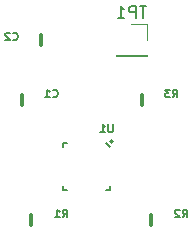
<source format=gbr>
%TF.GenerationSoftware,KiCad,Pcbnew,7.0.10*%
%TF.CreationDate,2024-01-29T17:08:50-08:00*%
%TF.ProjectId,FINAL_V1,46494e41-4c5f-4563-912e-6b696361645f,rev?*%
%TF.SameCoordinates,Original*%
%TF.FileFunction,Legend,Bot*%
%TF.FilePolarity,Positive*%
%FSLAX46Y46*%
G04 Gerber Fmt 4.6, Leading zero omitted, Abs format (unit mm)*
G04 Created by KiCad (PCBNEW 7.0.10) date 2024-01-29 17:08:50*
%MOMM*%
%LPD*%
G01*
G04 APERTURE LIST*
%ADD10C,0.146304*%
%ADD11C,0.150000*%
%ADD12C,0.304800*%
%ADD13C,0.203200*%
%ADD14C,0.120000*%
G04 APERTURE END LIST*
D10*
X93225961Y-91223825D02*
X93448126Y-90906446D01*
X93606816Y-91223825D02*
X93606816Y-90557329D01*
X93606816Y-90557329D02*
X93352913Y-90557329D01*
X93352913Y-90557329D02*
X93289437Y-90589067D01*
X93289437Y-90589067D02*
X93257699Y-90620805D01*
X93257699Y-90620805D02*
X93225961Y-90684281D01*
X93225961Y-90684281D02*
X93225961Y-90779495D01*
X93225961Y-90779495D02*
X93257699Y-90842971D01*
X93257699Y-90842971D02*
X93289437Y-90874708D01*
X93289437Y-90874708D02*
X93352913Y-90906446D01*
X93352913Y-90906446D02*
X93606816Y-90906446D01*
X92591203Y-91223825D02*
X92972058Y-91223825D01*
X92781630Y-91223825D02*
X92781630Y-90557329D01*
X92781630Y-90557329D02*
X92845106Y-90652543D01*
X92845106Y-90652543D02*
X92908582Y-90716019D01*
X92908582Y-90716019D02*
X92972058Y-90747757D01*
X89026203Y-76174350D02*
X89057941Y-76206088D01*
X89057941Y-76206088D02*
X89153155Y-76237825D01*
X89153155Y-76237825D02*
X89216631Y-76237825D01*
X89216631Y-76237825D02*
X89311844Y-76206088D01*
X89311844Y-76206088D02*
X89375320Y-76142612D01*
X89375320Y-76142612D02*
X89407058Y-76079136D01*
X89407058Y-76079136D02*
X89438796Y-75952184D01*
X89438796Y-75952184D02*
X89438796Y-75856971D01*
X89438796Y-75856971D02*
X89407058Y-75730019D01*
X89407058Y-75730019D02*
X89375320Y-75666543D01*
X89375320Y-75666543D02*
X89311844Y-75603067D01*
X89311844Y-75603067D02*
X89216631Y-75571329D01*
X89216631Y-75571329D02*
X89153155Y-75571329D01*
X89153155Y-75571329D02*
X89057941Y-75603067D01*
X89057941Y-75603067D02*
X89026203Y-75634805D01*
X88772300Y-75634805D02*
X88740562Y-75603067D01*
X88740562Y-75603067D02*
X88677086Y-75571329D01*
X88677086Y-75571329D02*
X88518397Y-75571329D01*
X88518397Y-75571329D02*
X88454921Y-75603067D01*
X88454921Y-75603067D02*
X88423183Y-75634805D01*
X88423183Y-75634805D02*
X88391445Y-75698281D01*
X88391445Y-75698281D02*
X88391445Y-75761757D01*
X88391445Y-75761757D02*
X88423183Y-75856971D01*
X88423183Y-75856971D02*
X88804038Y-76237825D01*
X88804038Y-76237825D02*
X88391445Y-76237825D01*
X97465058Y-83344329D02*
X97465058Y-83883874D01*
X97465058Y-83883874D02*
X97433320Y-83947350D01*
X97433320Y-83947350D02*
X97401582Y-83979088D01*
X97401582Y-83979088D02*
X97338106Y-84010825D01*
X97338106Y-84010825D02*
X97211155Y-84010825D01*
X97211155Y-84010825D02*
X97147679Y-83979088D01*
X97147679Y-83979088D02*
X97115941Y-83947350D01*
X97115941Y-83947350D02*
X97084203Y-83883874D01*
X97084203Y-83883874D02*
X97084203Y-83344329D01*
X96417707Y-84010825D02*
X96798562Y-84010825D01*
X96608134Y-84010825D02*
X96608134Y-83344329D01*
X96608134Y-83344329D02*
X96671610Y-83439543D01*
X96671610Y-83439543D02*
X96735086Y-83503019D01*
X96735086Y-83503019D02*
X96798562Y-83534757D01*
X92385961Y-81000350D02*
X92417699Y-81032088D01*
X92417699Y-81032088D02*
X92512913Y-81063825D01*
X92512913Y-81063825D02*
X92576389Y-81063825D01*
X92576389Y-81063825D02*
X92671602Y-81032088D01*
X92671602Y-81032088D02*
X92735078Y-80968612D01*
X92735078Y-80968612D02*
X92766816Y-80905136D01*
X92766816Y-80905136D02*
X92798554Y-80778184D01*
X92798554Y-80778184D02*
X92798554Y-80682971D01*
X92798554Y-80682971D02*
X92766816Y-80556019D01*
X92766816Y-80556019D02*
X92735078Y-80492543D01*
X92735078Y-80492543D02*
X92671602Y-80429067D01*
X92671602Y-80429067D02*
X92576389Y-80397329D01*
X92576389Y-80397329D02*
X92512913Y-80397329D01*
X92512913Y-80397329D02*
X92417699Y-80429067D01*
X92417699Y-80429067D02*
X92385961Y-80460805D01*
X91751203Y-81063825D02*
X92132058Y-81063825D01*
X91941630Y-81063825D02*
X91941630Y-80397329D01*
X91941630Y-80397329D02*
X92005106Y-80492543D01*
X92005106Y-80492543D02*
X92068582Y-80556019D01*
X92068582Y-80556019D02*
X92132058Y-80587757D01*
X102545961Y-81063825D02*
X102768126Y-80746446D01*
X102926816Y-81063825D02*
X102926816Y-80397329D01*
X102926816Y-80397329D02*
X102672913Y-80397329D01*
X102672913Y-80397329D02*
X102609437Y-80429067D01*
X102609437Y-80429067D02*
X102577699Y-80460805D01*
X102577699Y-80460805D02*
X102545961Y-80524281D01*
X102545961Y-80524281D02*
X102545961Y-80619495D01*
X102545961Y-80619495D02*
X102577699Y-80682971D01*
X102577699Y-80682971D02*
X102609437Y-80714708D01*
X102609437Y-80714708D02*
X102672913Y-80746446D01*
X102672913Y-80746446D02*
X102926816Y-80746446D01*
X102323796Y-80397329D02*
X101911203Y-80397329D01*
X101911203Y-80397329D02*
X102133368Y-80651233D01*
X102133368Y-80651233D02*
X102038155Y-80651233D01*
X102038155Y-80651233D02*
X101974679Y-80682971D01*
X101974679Y-80682971D02*
X101942941Y-80714708D01*
X101942941Y-80714708D02*
X101911203Y-80778184D01*
X101911203Y-80778184D02*
X101911203Y-80936874D01*
X101911203Y-80936874D02*
X101942941Y-81000350D01*
X101942941Y-81000350D02*
X101974679Y-81032088D01*
X101974679Y-81032088D02*
X102038155Y-81063825D01*
X102038155Y-81063825D02*
X102228582Y-81063825D01*
X102228582Y-81063825D02*
X102292058Y-81032088D01*
X102292058Y-81032088D02*
X102323796Y-81000350D01*
X103385961Y-91223825D02*
X103608126Y-90906446D01*
X103766816Y-91223825D02*
X103766816Y-90557329D01*
X103766816Y-90557329D02*
X103512913Y-90557329D01*
X103512913Y-90557329D02*
X103449437Y-90589067D01*
X103449437Y-90589067D02*
X103417699Y-90620805D01*
X103417699Y-90620805D02*
X103385961Y-90684281D01*
X103385961Y-90684281D02*
X103385961Y-90779495D01*
X103385961Y-90779495D02*
X103417699Y-90842971D01*
X103417699Y-90842971D02*
X103449437Y-90874708D01*
X103449437Y-90874708D02*
X103512913Y-90906446D01*
X103512913Y-90906446D02*
X103766816Y-90906446D01*
X103132058Y-90620805D02*
X103100320Y-90589067D01*
X103100320Y-90589067D02*
X103036844Y-90557329D01*
X103036844Y-90557329D02*
X102878155Y-90557329D01*
X102878155Y-90557329D02*
X102814679Y-90589067D01*
X102814679Y-90589067D02*
X102782941Y-90620805D01*
X102782941Y-90620805D02*
X102751203Y-90684281D01*
X102751203Y-90684281D02*
X102751203Y-90747757D01*
X102751203Y-90747757D02*
X102782941Y-90842971D01*
X102782941Y-90842971D02*
X103163796Y-91223825D01*
X103163796Y-91223825D02*
X102751203Y-91223825D01*
D11*
X100321904Y-73324819D02*
X99750476Y-73324819D01*
X100036190Y-74324819D02*
X100036190Y-73324819D01*
X99417142Y-74324819D02*
X99417142Y-73324819D01*
X99417142Y-73324819D02*
X99036190Y-73324819D01*
X99036190Y-73324819D02*
X98940952Y-73372438D01*
X98940952Y-73372438D02*
X98893333Y-73420057D01*
X98893333Y-73420057D02*
X98845714Y-73515295D01*
X98845714Y-73515295D02*
X98845714Y-73658152D01*
X98845714Y-73658152D02*
X98893333Y-73753390D01*
X98893333Y-73753390D02*
X98940952Y-73801009D01*
X98940952Y-73801009D02*
X99036190Y-73848628D01*
X99036190Y-73848628D02*
X99417142Y-73848628D01*
X97893333Y-74324819D02*
X98464761Y-74324819D01*
X98179047Y-74324819D02*
X98179047Y-73324819D01*
X98179047Y-73324819D02*
X98274285Y-73467676D01*
X98274285Y-73467676D02*
X98369523Y-73562914D01*
X98369523Y-73562914D02*
X98464761Y-73610533D01*
D12*
%TO.C,R1*%
X90590000Y-91840000D02*
X90590000Y-91040000D01*
%TO.C,C2*%
X91440000Y-75800000D02*
X91440000Y-76600000D01*
D13*
%TO.C,U1*%
X97270000Y-88900000D02*
X97270000Y-88550000D01*
X96920000Y-88900000D02*
X97270000Y-88900000D01*
X96920000Y-84900000D02*
X97270000Y-85250000D01*
X93620000Y-88900000D02*
X93270000Y-88900000D01*
X93270000Y-88550000D02*
X93270000Y-88900000D01*
X93270000Y-85250000D02*
X93270000Y-84900000D01*
X93270000Y-84900000D02*
X93620000Y-84900000D01*
X97479800Y-84817200D02*
G75*
G03*
X97225800Y-84817200I-127000J0D01*
G01*
X97225800Y-84817200D02*
G75*
G03*
X97479800Y-84817200I127000J0D01*
G01*
D12*
%TO.C,C1*%
X89750000Y-81680000D02*
X89750000Y-80880000D01*
%TO.C,R3*%
X99910000Y-81680000D02*
X99910000Y-80880000D01*
%TO.C,R2*%
X100750000Y-91840000D02*
X100750000Y-91040000D01*
D14*
%TO.C,TP1*%
X100390000Y-77530000D02*
X97730000Y-77530000D01*
X100390000Y-77470000D02*
X100390000Y-77530000D01*
X100390000Y-77470000D02*
X97730000Y-77470000D01*
X100390000Y-76200000D02*
X100390000Y-74870000D01*
X100390000Y-74870000D02*
X99060000Y-74870000D01*
X97730000Y-77470000D02*
X97730000Y-77530000D01*
%TD*%
M02*

</source>
